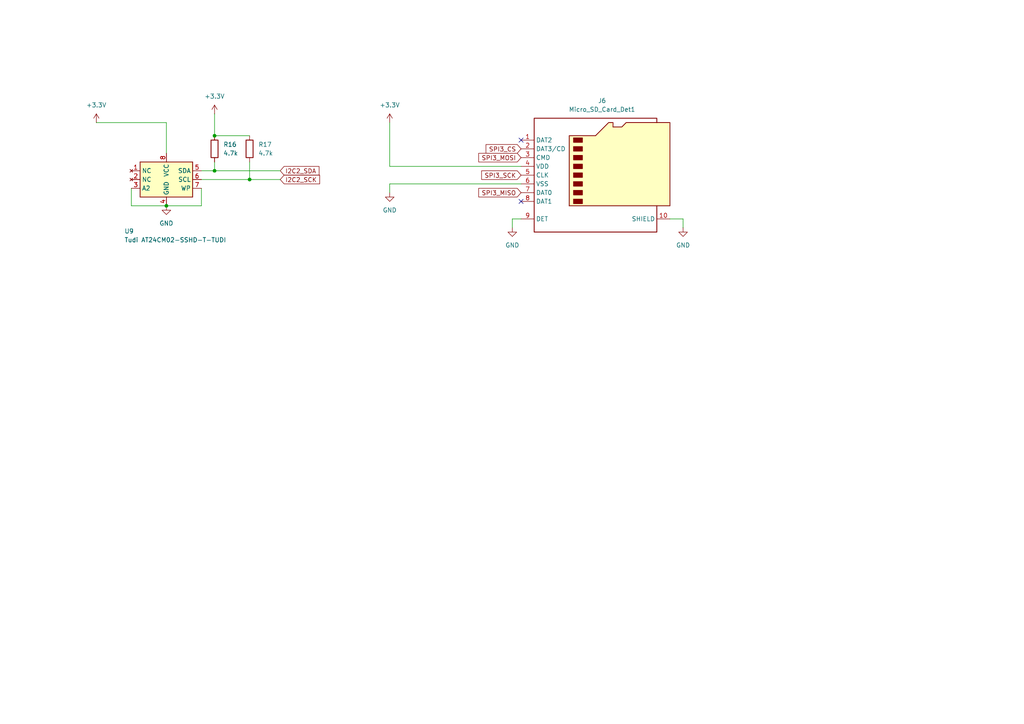
<source format=kicad_sch>
(kicad_sch (version 20250114) (generator "eeschema") (generator_version "9.0")
  (paper "A4")
  (lib_symbols
    (symbol "Connector:Micro_SD_Card_Det1"
      (property "Reference" "J" (at -16.51 17.78 0))
      (property "Value" "Micro_SD_Card_Det1" (at 16.51 17.78 0))
      (symbol "Micro_SD_Card_Det1_0_1"
        (polyline (pts (xy -8.89 -8.89) (xy -8.89 11.43) (xy -1.27 11.43) (xy 2.54 15.24) (xy 3.81 15.24) (xy 3.81 13.97) (xy 6.35 13.97) (xy 7.62 15.24) (xy 20.32 15.24) (xy 20.32 -8.89) (xy -8.89 -8.89)) (stroke (width 0.254)) (fill (type background)))
        (rectangle (start -7.62 10.795) (end -5.08 9.525) (stroke (width 0.254)) (fill (type outline)))
        (rectangle (start -7.62 8.255) (end -5.08 6.985) (stroke (width 0.254)) (fill (type outline)))
        (rectangle (start -7.62 5.715) (end -5.08 4.445) (stroke (width 0.254)) (fill (type outline)))
        (rectangle (start -7.62 3.175) (end -5.08 1.905) (stroke (width 0.254)) (fill (type outline)))
        (rectangle (start -7.62 0.635) (end -5.08 -0.635) (stroke (width 0.254)) (fill (type outline)))
        (rectangle (start -7.62 -1.905) (end -5.08 -3.175) (stroke (width 0.254)) (fill (type outline)))
        (rectangle (start -7.62 -4.445) (end -5.08 -5.715) (stroke (width 0.254)) (fill (type outline)))
        (rectangle (start -7.62 -6.985) (end -5.08 -8.255) (stroke (width 0.254)) (fill (type outline)))
        (polyline (pts (xy 16.51 15.24) (xy 16.51 16.51) (xy -19.05 16.51) (xy -19.05 -16.51) (xy 16.51 -16.51) (xy 16.51 -8.89)) (stroke (width 0.254)))
      )
      (symbol "Micro_SD_Card_Det1_1_1"
        (pin bidirectional line (at -22.86 10.16 0) (length 3.81) (name "DAT2") (number "1"))
        (pin bidirectional line (at -22.86 7.62 0) (length 3.81) (name "DAT3/CD") (number "2"))
        (pin input line (at -22.86 5.08 0) (length 3.81) (name "CMD") (number "3"))
        (pin power_in line (at -22.86 2.54 0) (length 3.81) (name "VDD") (number "4"))
        (pin input line (at -22.86 0 0) (length 3.81) (name "CLK") (number "5"))
        (pin power_in line (at -22.86 -2.54 0) (length 3.81) (name "VSS") (number "6"))
        (pin bidirectional line (at -22.86 -5.08 0) (length 3.81) (name "DAT0") (number "7"))
        (pin bidirectional line (at -22.86 -7.62 0) (length 3.81) (name "DAT1") (number "8"))
        (pin passive line (at -22.86 -12.7 0) (length 3.81) (name "DET") (number "9"))
        (pin passive line (at 20.32 -12.7 180) (length 3.81) (name "SHIELD") (number "10"))
      )
    )
    (symbol "Device:R" (pin_numbers (hide yes)) (pin_names (offset 0))
      (property "Reference" "R" (at 2.032 0 90))
      (property "Value" "R" (at 0 0 90))
      (symbol "R_0_1"
        (rectangle (start -1.016 -2.54) (end 1.016 2.54) (stroke (width 0.254)))
      )
      (symbol "R_1_1"
        (pin passive line (at 0 3.81 270) (length 1.27) (name "~") (number "1"))
        (pin passive line (at 0 -3.81 90) (length 1.27) (name "~") (number "2"))
      )
    )
    (symbol "Memory_EEPROM:AT24CS64-SSHM"
      (property "Reference" "U9" (at 2.1433 10.16 0))
      (property "Value" "Tudi AT24CM02-SSHD-T-TUDI" (at 2.1433 7.62 0))
      (symbol "AT24CS64-SSHM_1_1"
        (rectangle (start -7.62 5.08) (end 7.62 -5.08) (stroke (width 0.254)) (fill (type background)))
        (pin no_connect line (at -10.16 2.54 0) (length 2.54) (name "NC") (number "1"))
        (pin no_connect line (at -10.16 0 0) (length 2.54) (name "NC") (number "2"))
        (pin input line (at -10.16 -2.54 0) (length 2.54) (name "A2") (number "3"))
        (pin power_in line (at 0 7.62 270) (length 2.54) (name "VCC") (number "8"))
        (pin power_in line (at 0 -7.62 90) (length 2.54) (name "GND") (number "4"))
        (pin bidirectional line (at 10.16 2.54 180) (length 2.54) (name "SDA") (number "5"))
        (pin input line (at 10.16 0 180) (length 2.54) (name "SCL") (number "6"))
        (pin input line (at 10.16 -2.54 180) (length 2.54) (name "WP") (number "7"))
      )
    )
    (symbol "power:+3.3V" (power) (pin_numbers (hide yes)) (pin_names (offset 0) (hide yes))
      (property "Value" "+3.3V" (at 0 3.556 0))
      (symbol "+3.3V_0_1"
        (polyline (pts (xy -0.762 1.27) (xy 0 2.54)))
        (polyline (pts (xy 0 2.54) (xy 0.762 1.27)))
        (polyline (pts (xy 0 0) (xy 0 2.54)))
      )
      (symbol "+3.3V_1_1"
        (pin power_in line (at 0 0 90) (length 0) (name "~") (number "1"))
      )
    )
    (symbol "power:GND" (power) (pin_numbers (hide yes)) (pin_names (offset 0) (hide yes))
      (property "Value" "GND" (at 0 -3.81 0))
      (symbol "GND_0_1"
        (polyline (pts (xy 0 0) (xy 0 -1.27) (xy 1.27 -1.27) (xy 0 -2.54) (xy -1.27 -1.27) (xy 0 -1.27)))
      )
      (symbol "GND_1_1"
        (pin power_in line (at 0 0 270) (length 0) (name "~") (number "1"))
      )
    )
  )
  (junction (at 62.23 49.53))
  (junction (at 62.23 39.37))
  (junction (at 72.39 52.07))
  (junction (at 48.26 59.69))
  (no_connect (at 151.13 40.64))
  (no_connect (at 151.13 58.42))
  (wire (pts (xy 38.1 59.69) (xy 48.26 59.69)))
  (wire (pts (xy 62.23 49.53) (xy 81.28 49.53)))
  (wire (pts (xy 38.1 54.61) (xy 38.1 59.69)))
  (wire (pts (xy 72.39 39.37) (xy 62.23 39.37)))
  (wire (pts (xy 151.13 53.34) (xy 113.03 53.34)))
  (wire (pts (xy 58.42 54.61) (xy 58.42 59.69)))
  (wire (pts (xy 148.59 63.5) (xy 148.59 66.04)))
  (wire (pts (xy 72.39 52.07) (xy 58.42 52.07)))
  (wire (pts (xy 72.39 46.99) (xy 72.39 52.07)))
  (wire (pts (xy 113.03 53.34) (xy 113.03 55.88)))
  (wire (pts (xy 62.23 33.02) (xy 62.23 39.37)))
  (wire (pts (xy 58.42 59.69) (xy 48.26 59.69)))
  (wire (pts (xy 194.31 63.5) (xy 198.12 63.5)))
  (wire (pts (xy 72.39 52.07) (xy 81.28 52.07)))
  (wire (pts (xy 48.26 35.56) (xy 48.26 44.45)))
  (wire (pts (xy 113.03 35.56) (xy 113.03 48.26)))
  (wire (pts (xy 113.03 48.26) (xy 151.13 48.26)))
  (wire (pts (xy 58.42 49.53) (xy 62.23 49.53)))
  (wire (pts (xy 27.94 35.56) (xy 48.26 35.56)))
  (wire (pts (xy 198.12 63.5) (xy 198.12 66.04)))
  (wire (pts (xy 151.13 63.5) (xy 148.59 63.5)))
  (wire (pts (xy 62.23 49.53) (xy 62.23 46.99)))
  (global_label "I2C2_SCK" (shape input) (at 81.28 52.07 0) (property "Intersheetrefs" "${INTERSHEET_REFS}" (effects (hide yes))))
  (global_label "SPI3_MISO" (shape input) (at 151.13 55.88 180) (property "Intersheetrefs" "${INTERSHEET_REFS}" (effects (hide yes))))
  (global_label "SPI3_CS" (shape input) (at 151.13 43.18 180) (property "Intersheetrefs" "${INTERSHEET_REFS}" (effects (hide yes))))
  (global_label "SPI3_SCK" (shape input) (at 151.13 50.8 180) (property "Intersheetrefs" "${INTERSHEET_REFS}" (effects (hide yes))))
  (global_label "I2C2_SDA" (shape input) (at 81.28 49.53 0) (property "Intersheetrefs" "${INTERSHEET_REFS}" (effects (hide yes))))
  (global_label "SPI3_MOSI" (shape input) (at 151.13 45.72 180) (property "Intersheetrefs" "${INTERSHEET_REFS}" (effects (hide yes))))
  (symbol (lib_id "power:+3.3V") (at 113.03 35.56 0) (unit 1)
    (property "Reference" "#PWR066" (effects (hide yes)))
    (property "Value" "+3.3V" (at 113.03 30.48 0))
    (property "Description" "Power symbol creates a global label with name \"+3.3V\"" (effects (hide yes)))
  )
  (symbol (lib_id "Device:R") (at 72.39 43.18 0) (unit 1)
    (property "Reference" "R17" (at 74.93 41.9099 0) (effects (justify left)))
    (property "Value" "4.7k" (at 74.93 44.4499 0) (effects (justify left)))
    (property "Description" "Resistor" (effects (hide yes)))
  )
  (symbol (lib_id "Connector:Micro_SD_Card_Det1") (at 173.99 50.8 0) (unit 1)
    (property "Reference" "J6" (at 174.625 29.21 0))
    (property "Value" "Micro_SD_Card_Det1" (at 174.625 31.75 0))
    (property "Datasheet" "https://datasheet.lcsc.com/lcsc/2110151630_XKB-Connectivity-XKTF-015-N_C381082.pdf" (effects (hide yes)))
    (property "Description" "Micro SD Card Socket with one card detection pin" (effects (hide yes)))
  )
  (symbol (lib_id "power:GND") (at 113.03 55.88 0) (unit 1)
    (property "Reference" "#PWR067" (effects (hide yes)))
    (property "Value" "GND" (at 113.03 60.96 0))
    (property "Description" "Power symbol creates a global label with name \"GND\" , ground" (effects (hide yes)))
  )
  (symbol (lib_id "Device:R") (at 62.23 43.18 0) (unit 1)
    (property "Reference" "R16" (at 64.77 41.9099 0) (effects (justify left)))
    (property "Value" "4.7k" (at 64.77 44.4499 0) (effects (justify left)))
    (property "Description" "Resistor" (effects (hide yes)))
  )
  (symbol (lib_id "power:+3.3V") (at 27.94 35.56 0) (unit 1)
    (property "Reference" "#PWR065" (effects (hide yes)))
    (property "Value" "+3.3V" (at 27.94 30.48 0))
    (property "Description" "Power symbol creates a global label with name \"+3.3V\"" (effects (hide yes)))
  )
  (symbol (lib_id "power:GND") (at 148.59 66.04 0) (unit 1)
    (property "Reference" "#PWR068" (effects (hide yes)))
    (property "Value" "GND" (at 148.59 71.12 0))
    (property "Description" "Power symbol creates a global label with name \"GND\" , ground" (effects (hide yes)))
  )
  (symbol (lib_id "power:GND") (at 198.12 66.04 0) (unit 1)
    (property "Reference" "#PWR069" (effects (hide yes)))
    (property "Value" "GND" (at 198.12 71.12 0))
    (property "Description" "Power symbol creates a global label with name \"GND\" , ground" (effects (hide yes)))
  )
  (symbol (lib_id "power:+3.3V") (at 62.23 33.02 0) (unit 1)
    (property "Reference" "#PWR064" (effects (hide yes)))
    (property "Value" "+3.3V" (at 62.23 27.94 0))
    (property "Description" "Power symbol creates a global label with name \"+3.3V\"" (effects (hide yes)))
  )
  (symbol (lib_id "Memory_EEPROM:AT24CS64-SSHM") (at 48.26 52.07 0) (unit 1)
    (property "Reference" "U9" (at 36.068 67.056 0) (effects (justify left)))
    (property "Value" "Tudi AT24CM02-SSHD-T-TUDI" (at 36.068 69.596 0) (effects (justify left)))
    (property "Footprint" "Package_SO:SOIC-8_3.9x4.9mm_P1.27mm" (effects (hide yes)))
    (property "Datasheet" "http://ww1.microchip.com/downloads/en/DeviceDoc/Atmel-8870-SEEPROM-AT24CS64-Datasheet.pdf" (effects (hide yes)))
    (property "Description" "I2C Serial EEPROM, 64Kb (8192x8) with Unique Serial Number, SO8" (effects (hide yes)))
  )
  (symbol (lib_id "power:GND") (at 48.26 59.69 0) (unit 1)
    (property "Reference" "#PWR063" (effects (hide yes)))
    (property "Value" "GND" (at 48.26 64.77 0))
    (property "Description" "Power symbol creates a global label with name \"GND\" , ground" (effects (hide yes)))
  )
)
</source>
